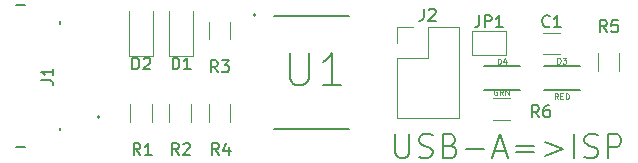
<source format=gbr>
%TF.GenerationSoftware,KiCad,Pcbnew,(5.1.10)-1*%
%TF.CreationDate,2022-01-25T20:11:50-05:00*%
%TF.ProjectId,ISP_Arduino,4953505f-4172-4647-9569-6e6f2e6b6963,rev?*%
%TF.SameCoordinates,Original*%
%TF.FileFunction,Legend,Top*%
%TF.FilePolarity,Positive*%
%FSLAX46Y46*%
G04 Gerber Fmt 4.6, Leading zero omitted, Abs format (unit mm)*
G04 Created by KiCad (PCBNEW (5.1.10)-1) date 2022-01-25 20:11:50*
%MOMM*%
%LPD*%
G01*
G04 APERTURE LIST*
%ADD10C,0.200000*%
%ADD11C,0.120000*%
%ADD12C,0.127000*%
%ADD13C,0.150000*%
%ADD14C,0.120004*%
%ADD15C,0.120100*%
G04 APERTURE END LIST*
D10*
X145326190Y-94054761D02*
X145326190Y-95673809D01*
X145421428Y-95864285D01*
X145516666Y-95959523D01*
X145707142Y-96054761D01*
X146088095Y-96054761D01*
X146278571Y-95959523D01*
X146373809Y-95864285D01*
X146469047Y-95673809D01*
X146469047Y-94054761D01*
X147326190Y-95959523D02*
X147611904Y-96054761D01*
X148088095Y-96054761D01*
X148278571Y-95959523D01*
X148373809Y-95864285D01*
X148469047Y-95673809D01*
X148469047Y-95483333D01*
X148373809Y-95292857D01*
X148278571Y-95197619D01*
X148088095Y-95102380D01*
X147707142Y-95007142D01*
X147516666Y-94911904D01*
X147421428Y-94816666D01*
X147326190Y-94626190D01*
X147326190Y-94435714D01*
X147421428Y-94245238D01*
X147516666Y-94150000D01*
X147707142Y-94054761D01*
X148183333Y-94054761D01*
X148469047Y-94150000D01*
X149992857Y-95007142D02*
X150278571Y-95102380D01*
X150373809Y-95197619D01*
X150469047Y-95388095D01*
X150469047Y-95673809D01*
X150373809Y-95864285D01*
X150278571Y-95959523D01*
X150088095Y-96054761D01*
X149326190Y-96054761D01*
X149326190Y-94054761D01*
X149992857Y-94054761D01*
X150183333Y-94150000D01*
X150278571Y-94245238D01*
X150373809Y-94435714D01*
X150373809Y-94626190D01*
X150278571Y-94816666D01*
X150183333Y-94911904D01*
X149992857Y-95007142D01*
X149326190Y-95007142D01*
X151326190Y-95292857D02*
X152850000Y-95292857D01*
X153707142Y-95483333D02*
X154659523Y-95483333D01*
X153516666Y-96054761D02*
X154183333Y-94054761D01*
X154850000Y-96054761D01*
X155516666Y-95007142D02*
X157040476Y-95007142D01*
X157040476Y-95578571D02*
X155516666Y-95578571D01*
X157992857Y-94721428D02*
X159516666Y-95292857D01*
X157992857Y-95864285D01*
X160469047Y-96054761D02*
X160469047Y-94054761D01*
X161326190Y-95959523D02*
X161611904Y-96054761D01*
X162088095Y-96054761D01*
X162278571Y-95959523D01*
X162373809Y-95864285D01*
X162469047Y-95673809D01*
X162469047Y-95483333D01*
X162373809Y-95292857D01*
X162278571Y-95197619D01*
X162088095Y-95102380D01*
X161707142Y-95007142D01*
X161516666Y-94911904D01*
X161421428Y-94816666D01*
X161326190Y-94626190D01*
X161326190Y-94435714D01*
X161421428Y-94245238D01*
X161516666Y-94150000D01*
X161707142Y-94054761D01*
X162183333Y-94054761D01*
X162469047Y-94150000D01*
X163326190Y-96054761D02*
X163326190Y-94054761D01*
X164088095Y-94054761D01*
X164278571Y-94150000D01*
X164373809Y-94245238D01*
X164469047Y-94435714D01*
X164469047Y-94721428D01*
X164373809Y-94911904D01*
X164278571Y-95007142D01*
X164088095Y-95102380D01*
X163326190Y-95102380D01*
D11*
%TO.C,D2*%
X122800000Y-87450000D02*
X122800000Y-83600000D01*
X124800000Y-87450000D02*
X124800000Y-83600000D01*
X122800000Y-87450000D02*
X124800000Y-87450000D01*
%TO.C,D1*%
X126150000Y-87450000D02*
X126150000Y-83600000D01*
X128150000Y-87450000D02*
X128150000Y-83600000D01*
X126150000Y-87450000D02*
X128150000Y-87450000D01*
%TO.C,JP1*%
X154650000Y-87300000D02*
X151850000Y-87300000D01*
X151850000Y-87300000D02*
X151850000Y-85300000D01*
X151850000Y-85300000D02*
X154650000Y-85300000D01*
X154650000Y-85300000D02*
X154650000Y-87300000D01*
D10*
%TO.C,U1*%
X133500000Y-83950000D02*
G75*
G03*
X133500000Y-83950000I-100000J0D01*
G01*
D12*
X141430000Y-93600000D02*
X135070000Y-93600000D01*
X135070000Y-84000000D02*
X141430000Y-84000000D01*
D11*
%TO.C,R6*%
X155052064Y-91015000D02*
X153597936Y-91015000D01*
X155052064Y-92835000D02*
X153597936Y-92835000D01*
%TO.C,R5*%
X164285000Y-88652064D02*
X164285000Y-87197936D01*
X162465000Y-88652064D02*
X162465000Y-87197936D01*
%TO.C,R4*%
X131360000Y-92977064D02*
X131360000Y-91522936D01*
X129540000Y-92977064D02*
X129540000Y-91522936D01*
%TO.C,R3*%
X129540000Y-84522936D02*
X129540000Y-85977064D01*
X131360000Y-84522936D02*
X131360000Y-85977064D01*
%TO.C,R2*%
X128010000Y-92977064D02*
X128010000Y-91522936D01*
X126190000Y-92977064D02*
X126190000Y-91522936D01*
%TO.C,R1*%
X124710000Y-92977064D02*
X124710000Y-91522936D01*
X122890000Y-92977064D02*
X122890000Y-91522936D01*
%TO.C,J2*%
X145470000Y-84970000D02*
X146800000Y-84970000D01*
X145470000Y-86300000D02*
X145470000Y-84970000D01*
X148070000Y-84970000D02*
X150670000Y-84970000D01*
X148070000Y-87570000D02*
X148070000Y-84970000D01*
X145470000Y-87570000D02*
X148070000Y-87570000D01*
X150670000Y-84970000D02*
X150670000Y-92710000D01*
X145470000Y-87570000D02*
X145470000Y-92710000D01*
X145470000Y-92710000D02*
X150670000Y-92710000D01*
D10*
%TO.C,J1*%
X120294000Y-92599000D02*
G75*
G03*
X120294000Y-92599000I-100000J0D01*
G01*
D12*
X116900000Y-84500000D02*
X116900000Y-84700000D01*
X116900000Y-93700000D02*
X116900000Y-93500000D01*
X114000000Y-83100000D02*
X113200000Y-83100000D01*
X113200000Y-95100000D02*
X114000000Y-95100000D01*
%TO.C,D4*%
X155855000Y-88235000D02*
X152795000Y-88235000D01*
X155855000Y-90315000D02*
X152795000Y-90315000D01*
%TO.C,D3*%
X160930000Y-88235000D02*
X157870000Y-88235000D01*
X160930000Y-90315000D02*
X157870000Y-90315000D01*
D11*
%TO.C,C1*%
X157838748Y-87285000D02*
X159261252Y-87285000D01*
X157838748Y-85465000D02*
X159261252Y-85465000D01*
%TO.C,D2*%
D13*
X123061904Y-88552380D02*
X123061904Y-87552380D01*
X123300000Y-87552380D01*
X123442857Y-87600000D01*
X123538095Y-87695238D01*
X123585714Y-87790476D01*
X123633333Y-87980952D01*
X123633333Y-88123809D01*
X123585714Y-88314285D01*
X123538095Y-88409523D01*
X123442857Y-88504761D01*
X123300000Y-88552380D01*
X123061904Y-88552380D01*
X124014285Y-87647619D02*
X124061904Y-87600000D01*
X124157142Y-87552380D01*
X124395238Y-87552380D01*
X124490476Y-87600000D01*
X124538095Y-87647619D01*
X124585714Y-87742857D01*
X124585714Y-87838095D01*
X124538095Y-87980952D01*
X123966666Y-88552380D01*
X124585714Y-88552380D01*
%TO.C,D1*%
X126461904Y-88552380D02*
X126461904Y-87552380D01*
X126700000Y-87552380D01*
X126842857Y-87600000D01*
X126938095Y-87695238D01*
X126985714Y-87790476D01*
X127033333Y-87980952D01*
X127033333Y-88123809D01*
X126985714Y-88314285D01*
X126938095Y-88409523D01*
X126842857Y-88504761D01*
X126700000Y-88552380D01*
X126461904Y-88552380D01*
X127985714Y-88552380D02*
X127414285Y-88552380D01*
X127700000Y-88552380D02*
X127700000Y-87552380D01*
X127604761Y-87695238D01*
X127509523Y-87790476D01*
X127414285Y-87838095D01*
%TO.C,JP1*%
X152416666Y-83977380D02*
X152416666Y-84691666D01*
X152369047Y-84834523D01*
X152273809Y-84929761D01*
X152130952Y-84977380D01*
X152035714Y-84977380D01*
X152892857Y-84977380D02*
X152892857Y-83977380D01*
X153273809Y-83977380D01*
X153369047Y-84025000D01*
X153416666Y-84072619D01*
X153464285Y-84167857D01*
X153464285Y-84310714D01*
X153416666Y-84405952D01*
X153369047Y-84453571D01*
X153273809Y-84501190D01*
X152892857Y-84501190D01*
X154416666Y-84977380D02*
X153845238Y-84977380D01*
X154130952Y-84977380D02*
X154130952Y-83977380D01*
X154035714Y-84120238D01*
X153940476Y-84215476D01*
X153845238Y-84263095D01*
%TO.C,U1*%
X136400208Y-87140775D02*
X136400208Y-89371803D01*
X136531445Y-89634277D01*
X136662682Y-89765514D01*
X136925156Y-89896751D01*
X137450104Y-89896751D01*
X137712578Y-89765514D01*
X137843815Y-89634277D01*
X137975052Y-89371803D01*
X137975052Y-87140775D01*
X140731028Y-89896751D02*
X139156184Y-89896751D01*
X139943606Y-89896751D02*
X139943606Y-87140775D01*
X139681132Y-87534485D01*
X139418658Y-87796959D01*
X139156184Y-87928196D01*
%TO.C,R6*%
X157483333Y-92602380D02*
X157150000Y-92126190D01*
X156911904Y-92602380D02*
X156911904Y-91602380D01*
X157292857Y-91602380D01*
X157388095Y-91650000D01*
X157435714Y-91697619D01*
X157483333Y-91792857D01*
X157483333Y-91935714D01*
X157435714Y-92030952D01*
X157388095Y-92078571D01*
X157292857Y-92126190D01*
X156911904Y-92126190D01*
X158340476Y-91602380D02*
X158150000Y-91602380D01*
X158054761Y-91650000D01*
X158007142Y-91697619D01*
X157911904Y-91840476D01*
X157864285Y-92030952D01*
X157864285Y-92411904D01*
X157911904Y-92507142D01*
X157959523Y-92554761D01*
X158054761Y-92602380D01*
X158245238Y-92602380D01*
X158340476Y-92554761D01*
X158388095Y-92507142D01*
X158435714Y-92411904D01*
X158435714Y-92173809D01*
X158388095Y-92078571D01*
X158340476Y-92030952D01*
X158245238Y-91983333D01*
X158054761Y-91983333D01*
X157959523Y-92030952D01*
X157911904Y-92078571D01*
X157864285Y-92173809D01*
%TO.C,R5*%
X163233333Y-85402380D02*
X162900000Y-84926190D01*
X162661904Y-85402380D02*
X162661904Y-84402380D01*
X163042857Y-84402380D01*
X163138095Y-84450000D01*
X163185714Y-84497619D01*
X163233333Y-84592857D01*
X163233333Y-84735714D01*
X163185714Y-84830952D01*
X163138095Y-84878571D01*
X163042857Y-84926190D01*
X162661904Y-84926190D01*
X164138095Y-84402380D02*
X163661904Y-84402380D01*
X163614285Y-84878571D01*
X163661904Y-84830952D01*
X163757142Y-84783333D01*
X163995238Y-84783333D01*
X164090476Y-84830952D01*
X164138095Y-84878571D01*
X164185714Y-84973809D01*
X164185714Y-85211904D01*
X164138095Y-85307142D01*
X164090476Y-85354761D01*
X163995238Y-85402380D01*
X163757142Y-85402380D01*
X163661904Y-85354761D01*
X163614285Y-85307142D01*
%TO.C,R4*%
X130383333Y-95802380D02*
X130050000Y-95326190D01*
X129811904Y-95802380D02*
X129811904Y-94802380D01*
X130192857Y-94802380D01*
X130288095Y-94850000D01*
X130335714Y-94897619D01*
X130383333Y-94992857D01*
X130383333Y-95135714D01*
X130335714Y-95230952D01*
X130288095Y-95278571D01*
X130192857Y-95326190D01*
X129811904Y-95326190D01*
X131240476Y-95135714D02*
X131240476Y-95802380D01*
X131002380Y-94754761D02*
X130764285Y-95469047D01*
X131383333Y-95469047D01*
%TO.C,R3*%
X130283333Y-88802380D02*
X129950000Y-88326190D01*
X129711904Y-88802380D02*
X129711904Y-87802380D01*
X130092857Y-87802380D01*
X130188095Y-87850000D01*
X130235714Y-87897619D01*
X130283333Y-87992857D01*
X130283333Y-88135714D01*
X130235714Y-88230952D01*
X130188095Y-88278571D01*
X130092857Y-88326190D01*
X129711904Y-88326190D01*
X130616666Y-87802380D02*
X131235714Y-87802380D01*
X130902380Y-88183333D01*
X131045238Y-88183333D01*
X131140476Y-88230952D01*
X131188095Y-88278571D01*
X131235714Y-88373809D01*
X131235714Y-88611904D01*
X131188095Y-88707142D01*
X131140476Y-88754761D01*
X131045238Y-88802380D01*
X130759523Y-88802380D01*
X130664285Y-88754761D01*
X130616666Y-88707142D01*
%TO.C,R2*%
X126983333Y-95802380D02*
X126650000Y-95326190D01*
X126411904Y-95802380D02*
X126411904Y-94802380D01*
X126792857Y-94802380D01*
X126888095Y-94850000D01*
X126935714Y-94897619D01*
X126983333Y-94992857D01*
X126983333Y-95135714D01*
X126935714Y-95230952D01*
X126888095Y-95278571D01*
X126792857Y-95326190D01*
X126411904Y-95326190D01*
X127364285Y-94897619D02*
X127411904Y-94850000D01*
X127507142Y-94802380D01*
X127745238Y-94802380D01*
X127840476Y-94850000D01*
X127888095Y-94897619D01*
X127935714Y-94992857D01*
X127935714Y-95088095D01*
X127888095Y-95230952D01*
X127316666Y-95802380D01*
X127935714Y-95802380D01*
%TO.C,R1*%
X123733333Y-95802380D02*
X123400000Y-95326190D01*
X123161904Y-95802380D02*
X123161904Y-94802380D01*
X123542857Y-94802380D01*
X123638095Y-94850000D01*
X123685714Y-94897619D01*
X123733333Y-94992857D01*
X123733333Y-95135714D01*
X123685714Y-95230952D01*
X123638095Y-95278571D01*
X123542857Y-95326190D01*
X123161904Y-95326190D01*
X124685714Y-95802380D02*
X124114285Y-95802380D01*
X124400000Y-95802380D02*
X124400000Y-94802380D01*
X124304761Y-94945238D01*
X124209523Y-95040476D01*
X124114285Y-95088095D01*
%TO.C,J2*%
X147736666Y-83422380D02*
X147736666Y-84136666D01*
X147689047Y-84279523D01*
X147593809Y-84374761D01*
X147450952Y-84422380D01*
X147355714Y-84422380D01*
X148165238Y-83517619D02*
X148212857Y-83470000D01*
X148308095Y-83422380D01*
X148546190Y-83422380D01*
X148641428Y-83470000D01*
X148689047Y-83517619D01*
X148736666Y-83612857D01*
X148736666Y-83708095D01*
X148689047Y-83850952D01*
X148117619Y-84422380D01*
X148736666Y-84422380D01*
%TO.C,J1*%
X115352380Y-89483333D02*
X116066666Y-89483333D01*
X116209523Y-89530952D01*
X116304761Y-89626190D01*
X116352380Y-89769047D01*
X116352380Y-89864285D01*
X116352380Y-88483333D02*
X116352380Y-89054761D01*
X116352380Y-88769047D02*
X115352380Y-88769047D01*
X115495238Y-88864285D01*
X115590476Y-88959523D01*
X115638095Y-89054761D01*
%TO.C,D4*%
D14*
X153995701Y-88117150D02*
X153995701Y-87637133D01*
X154109991Y-87637133D01*
X154178565Y-87659991D01*
X154224281Y-87705707D01*
X154247139Y-87751423D01*
X154269997Y-87842855D01*
X154269997Y-87911428D01*
X154247139Y-88002860D01*
X154224281Y-88048576D01*
X154178565Y-88094292D01*
X154109991Y-88117150D01*
X153995701Y-88117150D01*
X154681440Y-87797139D02*
X154681440Y-88117150D01*
X154567150Y-87614275D02*
X154452860Y-87957144D01*
X154750014Y-87957144D01*
D13*
D15*
X153933982Y-90259801D02*
X153888230Y-90236924D01*
X153819602Y-90236924D01*
X153750973Y-90259801D01*
X153705221Y-90305553D01*
X153682345Y-90351305D01*
X153659469Y-90442809D01*
X153659469Y-90511438D01*
X153682345Y-90602942D01*
X153705221Y-90648694D01*
X153750973Y-90694446D01*
X153819602Y-90717322D01*
X153865354Y-90717322D01*
X153933982Y-90694446D01*
X153956858Y-90671570D01*
X153956858Y-90511438D01*
X153865354Y-90511438D01*
X154437256Y-90717322D02*
X154277123Y-90488561D01*
X154162743Y-90717322D02*
X154162743Y-90236924D01*
X154345752Y-90236924D01*
X154391504Y-90259801D01*
X154414380Y-90282677D01*
X154437256Y-90328429D01*
X154437256Y-90397057D01*
X154414380Y-90442809D01*
X154391504Y-90465685D01*
X154345752Y-90488561D01*
X154162743Y-90488561D01*
X154643141Y-90717322D02*
X154643141Y-90236924D01*
X154917654Y-90717322D01*
X154917654Y-90236924D01*
D13*
%TO.C,D3*%
D14*
X159045701Y-88067150D02*
X159045701Y-87587133D01*
X159159991Y-87587133D01*
X159228565Y-87609991D01*
X159274281Y-87655707D01*
X159297139Y-87701423D01*
X159319997Y-87792855D01*
X159319997Y-87861428D01*
X159297139Y-87952860D01*
X159274281Y-87998576D01*
X159228565Y-88044292D01*
X159159991Y-88067150D01*
X159045701Y-88067150D01*
X159480002Y-87587133D02*
X159777156Y-87587133D01*
X159617150Y-87769997D01*
X159685724Y-87769997D01*
X159731440Y-87792855D01*
X159754298Y-87815713D01*
X159777156Y-87861428D01*
X159777156Y-87975718D01*
X159754298Y-88021434D01*
X159731440Y-88044292D01*
X159685724Y-88067150D01*
X159548576Y-88067150D01*
X159502860Y-88044292D01*
X159480002Y-88021434D01*
D13*
D15*
X159091172Y-91067322D02*
X158931040Y-90838561D01*
X158816659Y-91067322D02*
X158816659Y-90586924D01*
X158999668Y-90586924D01*
X159045420Y-90609801D01*
X159068296Y-90632677D01*
X159091172Y-90678429D01*
X159091172Y-90747057D01*
X159068296Y-90792809D01*
X159045420Y-90815685D01*
X158999668Y-90838561D01*
X158816659Y-90838561D01*
X159297057Y-90815685D02*
X159457190Y-90815685D01*
X159525818Y-91067322D02*
X159297057Y-91067322D01*
X159297057Y-90586924D01*
X159525818Y-90586924D01*
X159731703Y-91067322D02*
X159731703Y-90586924D01*
X159846083Y-90586924D01*
X159914712Y-90609801D01*
X159960464Y-90655553D01*
X159983340Y-90701305D01*
X160006216Y-90792809D01*
X160006216Y-90861438D01*
X159983340Y-90952942D01*
X159960464Y-90998694D01*
X159914712Y-91044446D01*
X159846083Y-91067322D01*
X159731703Y-91067322D01*
D13*
%TO.C,C1*%
X158383333Y-84882142D02*
X158335714Y-84929761D01*
X158192857Y-84977380D01*
X158097619Y-84977380D01*
X157954761Y-84929761D01*
X157859523Y-84834523D01*
X157811904Y-84739285D01*
X157764285Y-84548809D01*
X157764285Y-84405952D01*
X157811904Y-84215476D01*
X157859523Y-84120238D01*
X157954761Y-84025000D01*
X158097619Y-83977380D01*
X158192857Y-83977380D01*
X158335714Y-84025000D01*
X158383333Y-84072619D01*
X159335714Y-84977380D02*
X158764285Y-84977380D01*
X159050000Y-84977380D02*
X159050000Y-83977380D01*
X158954761Y-84120238D01*
X158859523Y-84215476D01*
X158764285Y-84263095D01*
%TD*%
M02*

</source>
